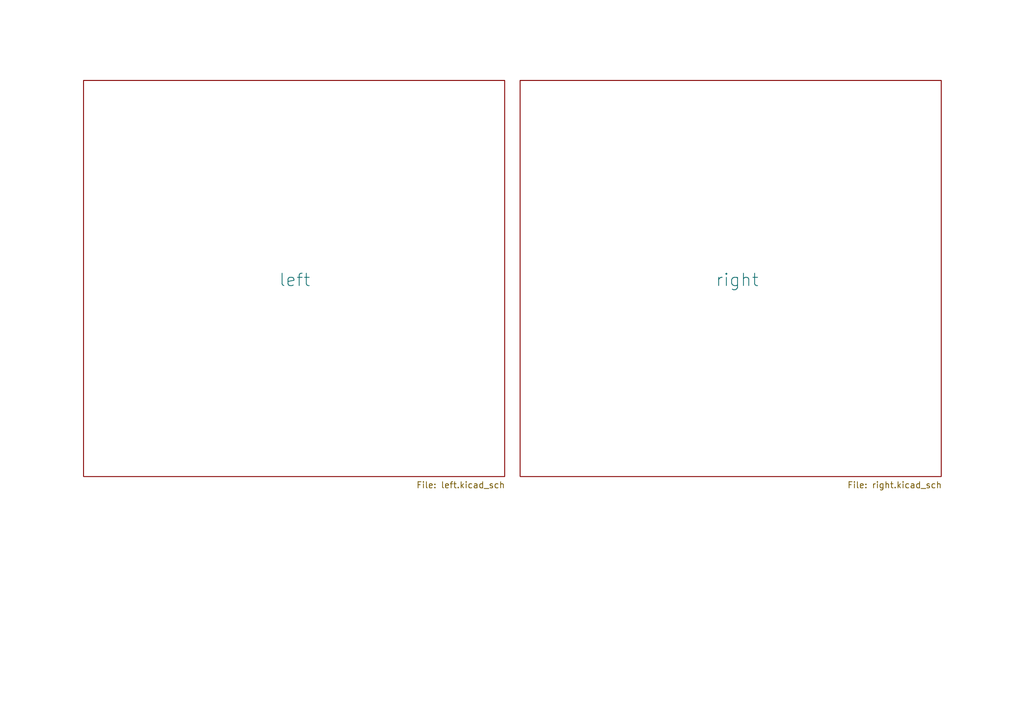
<source format=kicad_sch>
(kicad_sch
	(version 20250114)
	(generator "eeschema")
	(generator_version "9.0")
	(uuid "bee02229-825d-4ed5-ab6c-8b3cf5716c49")
	(paper "A5")
	(title_block
		(title "glhfkbd")
		(date "2025-11-24")
		(rev "0")
		(company "redhotvengeance")
	)
	(lib_symbols)
	(sheet
		(at 106.68 16.51)
		(size 86.36 81.28)
		(exclude_from_sim no)
		(in_bom yes)
		(on_board yes)
		(dnp no)
		(stroke
			(width 0.1524)
			(type solid)
		)
		(fill
			(color 0 0 0 0.0000)
		)
		(uuid "38a123b9-9617-4f42-8b28-456d3a725dcc")
		(property "Sheetname" "right"
			(at 146.685 58.928 0)
			(effects
				(font
					(size 2.54 2.54)
				)
				(justify left bottom)
			)
		)
		(property "Sheetfile" "right.kicad_sch"
			(at 173.736 98.806 0)
			(effects
				(font
					(size 1.27 1.27)
				)
				(justify left top)
			)
		)
		(instances
			(project "glhfkbd"
				(path "/bee02229-825d-4ed5-ab6c-8b3cf5716c49"
					(page "3")
				)
			)
		)
	)
	(sheet
		(at 17.145 16.51)
		(size 86.36 81.28)
		(exclude_from_sim no)
		(in_bom yes)
		(on_board yes)
		(dnp no)
		(stroke
			(width 0.1524)
			(type solid)
		)
		(fill
			(color 0 0 0 0.0000)
		)
		(uuid "eb9d4870-f45a-4855-8dc9-eccb560c6c36")
		(property "Sheetname" "left"
			(at 57.15 58.928 0)
			(effects
				(font
					(size 2.54 2.54)
				)
				(justify left bottom)
			)
		)
		(property "Sheetfile" "left.kicad_sch"
			(at 85.344 98.806 0)
			(effects
				(font
					(size 1.27 1.27)
				)
				(justify left top)
			)
		)
		(instances
			(project "glhfkbd"
				(path "/bee02229-825d-4ed5-ab6c-8b3cf5716c49"
					(page "2")
				)
			)
		)
	)
	(sheet_instances
		(path "/"
			(page "1")
		)
	)
	(embedded_fonts no)
)

</source>
